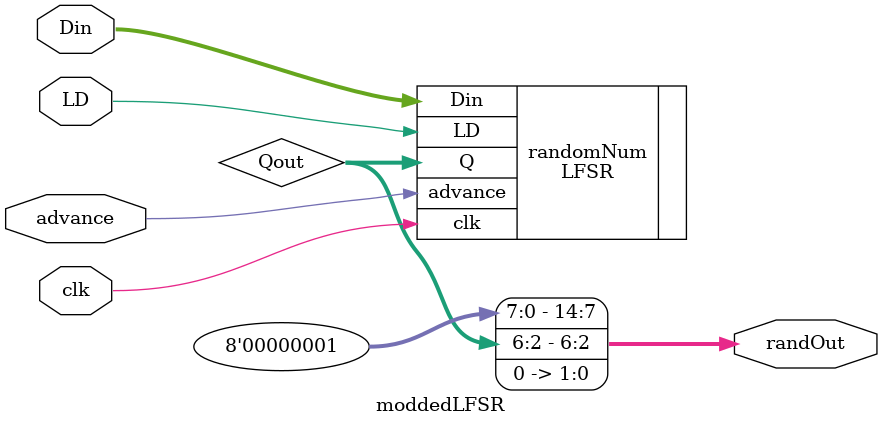
<source format=v>
`timescale 1ns / 1ps


module moddedLFSR(
    input clk,
    input advance,
    input LD,
    input [7:0] Din,
    output [14:0] randOut
    );
    wire [7:0] Qout;
    
    LFSR randomNum(.clk(clk), .advance(advance), .LD(LD), .Din(Din), .Q(Qout));
    
    assign randOut = {{7{1'b0}},{1'b1}, Qout[6:2], {2{1'b0}}};
    
endmodule

</source>
